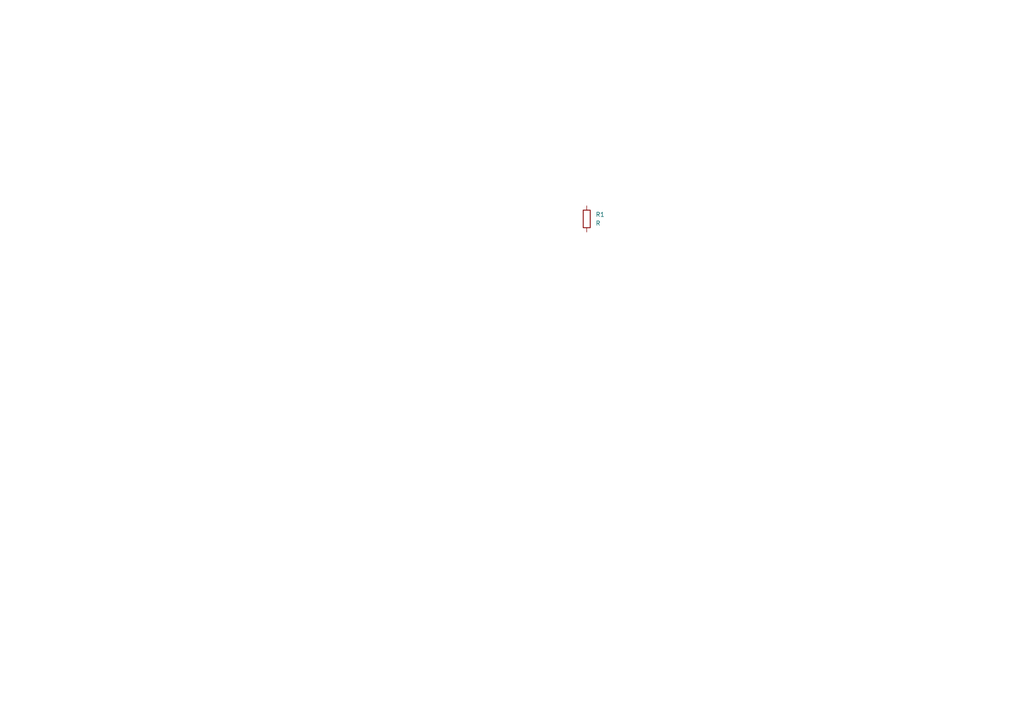
<source format=kicad_sch>
(kicad_sch (version 20250114) (generator "eeschema") (generator_version "9.0")
  (paper "A4")
  (lib_symbols
    (symbol "Device:R" (pin_numbers (hide yes)) (pin_names (offset 0))
      (property "Reference" "R" (at 2.032 0 90))
      (property "Value" "R" (at 0 0 90))
      (symbol "R_0_1"
        (rectangle (start -1.016 -2.54) (end 1.016 2.54) (stroke (width 0.254)))
      )
      (symbol "R_1_1"
        (pin passive line (at 0 3.81 270) (length 1.27) (name "~") (number "1"))
        (pin passive line (at 0 -3.81 90) (length 1.27) (name "~") (number "2"))
      )
    )
  )
  (symbol (lib_id "Device:R") (at 170.18 63.5 0) (unit 1)
    (property "Reference" "R1" (at 172.72 62.2299 0) (effects (justify left)))
    (property "Value" "R" (at 172.72 64.7699 0) (effects (justify left)))
    (property "Description" "Resistor" (effects (hide yes)))
  )
)
</source>
